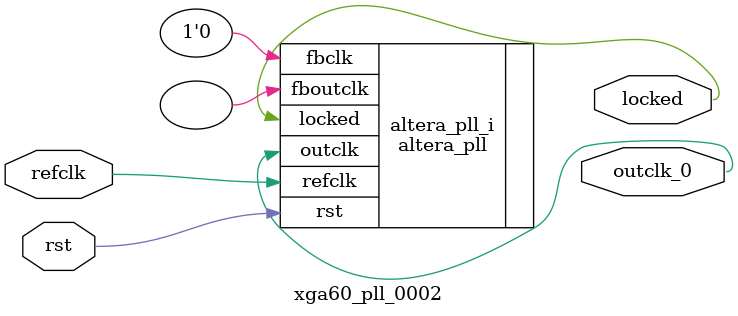
<source format=v>
`timescale 1ns/10ps
module  xga60_pll_0002(

	// interface 'refclk'
	input wire refclk,

	// interface 'reset'
	input wire rst,

	// interface 'outclk0'
	output wire outclk_0,

	// interface 'locked'
	output wire locked
);

	altera_pll #(
		.fractional_vco_multiplier("false"),
		.reference_clock_frequency("50.0 MHz"),
		.operation_mode("direct"),
		.number_of_clocks(1),
		.output_clock_frequency0("65.000000 MHz"),
		.phase_shift0("0 ps"),
		.duty_cycle0(50),
		.output_clock_frequency1("0 MHz"),
		.phase_shift1("0 ps"),
		.duty_cycle1(50),
		.output_clock_frequency2("0 MHz"),
		.phase_shift2("0 ps"),
		.duty_cycle2(50),
		.output_clock_frequency3("0 MHz"),
		.phase_shift3("0 ps"),
		.duty_cycle3(50),
		.output_clock_frequency4("0 MHz"),
		.phase_shift4("0 ps"),
		.duty_cycle4(50),
		.output_clock_frequency5("0 MHz"),
		.phase_shift5("0 ps"),
		.duty_cycle5(50),
		.output_clock_frequency6("0 MHz"),
		.phase_shift6("0 ps"),
		.duty_cycle6(50),
		.output_clock_frequency7("0 MHz"),
		.phase_shift7("0 ps"),
		.duty_cycle7(50),
		.output_clock_frequency8("0 MHz"),
		.phase_shift8("0 ps"),
		.duty_cycle8(50),
		.output_clock_frequency9("0 MHz"),
		.phase_shift9("0 ps"),
		.duty_cycle9(50),
		.output_clock_frequency10("0 MHz"),
		.phase_shift10("0 ps"),
		.duty_cycle10(50),
		.output_clock_frequency11("0 MHz"),
		.phase_shift11("0 ps"),
		.duty_cycle11(50),
		.output_clock_frequency12("0 MHz"),
		.phase_shift12("0 ps"),
		.duty_cycle12(50),
		.output_clock_frequency13("0 MHz"),
		.phase_shift13("0 ps"),
		.duty_cycle13(50),
		.output_clock_frequency14("0 MHz"),
		.phase_shift14("0 ps"),
		.duty_cycle14(50),
		.output_clock_frequency15("0 MHz"),
		.phase_shift15("0 ps"),
		.duty_cycle15(50),
		.output_clock_frequency16("0 MHz"),
		.phase_shift16("0 ps"),
		.duty_cycle16(50),
		.output_clock_frequency17("0 MHz"),
		.phase_shift17("0 ps"),
		.duty_cycle17(50),
		.pll_type("General"),
		.pll_subtype("General")
	) altera_pll_i (
		.rst	(rst),
		.outclk	({outclk_0}),
		.locked	(locked),
		.fboutclk	( ),
		.fbclk	(1'b0),
		.refclk	(refclk)
	);
endmodule


</source>
